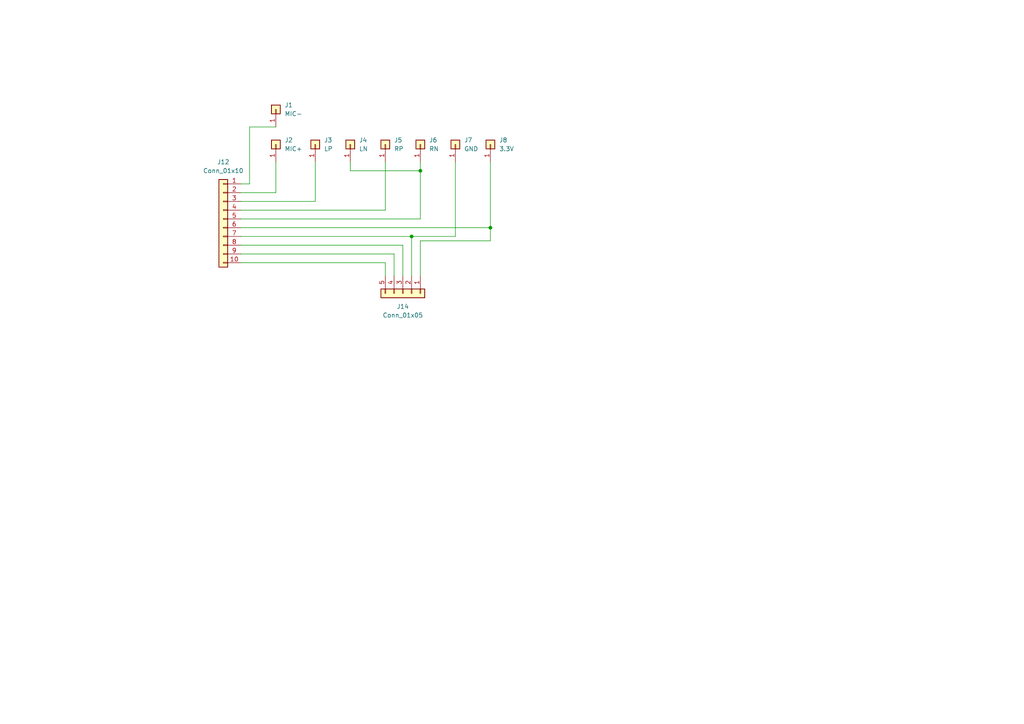
<source format=kicad_sch>
(kicad_sch
	(version 20250114)
	(generator "eeschema")
	(generator_version "9.0")
	(uuid "345bc13d-6add-4118-85b8-ae1fb4b40dd2")
	(paper "A4")
	(lib_symbols
		(symbol "Connector_Generic:Conn_01x01"
			(pin_names
				(offset 1.016)
				(hide yes)
			)
			(exclude_from_sim no)
			(in_bom yes)
			(on_board yes)
			(property "Reference" "J"
				(at 0 2.54 0)
				(effects
					(font
						(size 1.27 1.27)
					)
				)
			)
			(property "Value" "Conn_01x01"
				(at 0 -2.54 0)
				(effects
					(font
						(size 1.27 1.27)
					)
				)
			)
			(property "Footprint" ""
				(at 0 0 0)
				(effects
					(font
						(size 1.27 1.27)
					)
					(hide yes)
				)
			)
			(property "Datasheet" "~"
				(at 0 0 0)
				(effects
					(font
						(size 1.27 1.27)
					)
					(hide yes)
				)
			)
			(property "Description" "Generic connector, single row, 01x01, script generated (kicad-library-utils/schlib/autogen/connector/)"
				(at 0 0 0)
				(effects
					(font
						(size 1.27 1.27)
					)
					(hide yes)
				)
			)
			(property "ki_keywords" "connector"
				(at 0 0 0)
				(effects
					(font
						(size 1.27 1.27)
					)
					(hide yes)
				)
			)
			(property "ki_fp_filters" "Connector*:*_1x??_*"
				(at 0 0 0)
				(effects
					(font
						(size 1.27 1.27)
					)
					(hide yes)
				)
			)
			(symbol "Conn_01x01_1_1"
				(rectangle
					(start -1.27 1.27)
					(end 1.27 -1.27)
					(stroke
						(width 0.254)
						(type default)
					)
					(fill
						(type background)
					)
				)
				(rectangle
					(start -1.27 0.127)
					(end 0 -0.127)
					(stroke
						(width 0.1524)
						(type default)
					)
					(fill
						(type none)
					)
				)
				(pin passive line
					(at -5.08 0 0)
					(length 3.81)
					(name "Pin_1"
						(effects
							(font
								(size 1.27 1.27)
							)
						)
					)
					(number "1"
						(effects
							(font
								(size 1.27 1.27)
							)
						)
					)
				)
			)
			(embedded_fonts no)
		)
		(symbol "Connector_Generic:Conn_01x05"
			(pin_names
				(offset 1.016)
				(hide yes)
			)
			(exclude_from_sim no)
			(in_bom yes)
			(on_board yes)
			(property "Reference" "J"
				(at 0 7.62 0)
				(effects
					(font
						(size 1.27 1.27)
					)
				)
			)
			(property "Value" "Conn_01x05"
				(at 0 -7.62 0)
				(effects
					(font
						(size 1.27 1.27)
					)
				)
			)
			(property "Footprint" ""
				(at 0 0 0)
				(effects
					(font
						(size 1.27 1.27)
					)
					(hide yes)
				)
			)
			(property "Datasheet" "~"
				(at 0 0 0)
				(effects
					(font
						(size 1.27 1.27)
					)
					(hide yes)
				)
			)
			(property "Description" "Generic connector, single row, 01x05, script generated (kicad-library-utils/schlib/autogen/connector/)"
				(at 0 0 0)
				(effects
					(font
						(size 1.27 1.27)
					)
					(hide yes)
				)
			)
			(property "ki_keywords" "connector"
				(at 0 0 0)
				(effects
					(font
						(size 1.27 1.27)
					)
					(hide yes)
				)
			)
			(property "ki_fp_filters" "Connector*:*_1x??_*"
				(at 0 0 0)
				(effects
					(font
						(size 1.27 1.27)
					)
					(hide yes)
				)
			)
			(symbol "Conn_01x05_1_1"
				(rectangle
					(start -1.27 6.35)
					(end 1.27 -6.35)
					(stroke
						(width 0.254)
						(type default)
					)
					(fill
						(type background)
					)
				)
				(rectangle
					(start -1.27 5.207)
					(end 0 4.953)
					(stroke
						(width 0.1524)
						(type default)
					)
					(fill
						(type none)
					)
				)
				(rectangle
					(start -1.27 2.667)
					(end 0 2.413)
					(stroke
						(width 0.1524)
						(type default)
					)
					(fill
						(type none)
					)
				)
				(rectangle
					(start -1.27 0.127)
					(end 0 -0.127)
					(stroke
						(width 0.1524)
						(type default)
					)
					(fill
						(type none)
					)
				)
				(rectangle
					(start -1.27 -2.413)
					(end 0 -2.667)
					(stroke
						(width 0.1524)
						(type default)
					)
					(fill
						(type none)
					)
				)
				(rectangle
					(start -1.27 -4.953)
					(end 0 -5.207)
					(stroke
						(width 0.1524)
						(type default)
					)
					(fill
						(type none)
					)
				)
				(pin passive line
					(at -5.08 5.08 0)
					(length 3.81)
					(name "Pin_1"
						(effects
							(font
								(size 1.27 1.27)
							)
						)
					)
					(number "1"
						(effects
							(font
								(size 1.27 1.27)
							)
						)
					)
				)
				(pin passive line
					(at -5.08 2.54 0)
					(length 3.81)
					(name "Pin_2"
						(effects
							(font
								(size 1.27 1.27)
							)
						)
					)
					(number "2"
						(effects
							(font
								(size 1.27 1.27)
							)
						)
					)
				)
				(pin passive line
					(at -5.08 0 0)
					(length 3.81)
					(name "Pin_3"
						(effects
							(font
								(size 1.27 1.27)
							)
						)
					)
					(number "3"
						(effects
							(font
								(size 1.27 1.27)
							)
						)
					)
				)
				(pin passive line
					(at -5.08 -2.54 0)
					(length 3.81)
					(name "Pin_4"
						(effects
							(font
								(size 1.27 1.27)
							)
						)
					)
					(number "4"
						(effects
							(font
								(size 1.27 1.27)
							)
						)
					)
				)
				(pin passive line
					(at -5.08 -5.08 0)
					(length 3.81)
					(name "Pin_5"
						(effects
							(font
								(size 1.27 1.27)
							)
						)
					)
					(number "5"
						(effects
							(font
								(size 1.27 1.27)
							)
						)
					)
				)
			)
			(embedded_fonts no)
		)
		(symbol "Connector_Generic:Conn_01x10"
			(pin_names
				(offset 1.016)
				(hide yes)
			)
			(exclude_from_sim no)
			(in_bom yes)
			(on_board yes)
			(property "Reference" "J"
				(at 0 12.7 0)
				(effects
					(font
						(size 1.27 1.27)
					)
				)
			)
			(property "Value" "Conn_01x10"
				(at 0 -15.24 0)
				(effects
					(font
						(size 1.27 1.27)
					)
				)
			)
			(property "Footprint" ""
				(at 0 0 0)
				(effects
					(font
						(size 1.27 1.27)
					)
					(hide yes)
				)
			)
			(property "Datasheet" "~"
				(at 0 0 0)
				(effects
					(font
						(size 1.27 1.27)
					)
					(hide yes)
				)
			)
			(property "Description" "Generic connector, single row, 01x10, script generated (kicad-library-utils/schlib/autogen/connector/)"
				(at 0 0 0)
				(effects
					(font
						(size 1.27 1.27)
					)
					(hide yes)
				)
			)
			(property "ki_keywords" "connector"
				(at 0 0 0)
				(effects
					(font
						(size 1.27 1.27)
					)
					(hide yes)
				)
			)
			(property "ki_fp_filters" "Connector*:*_1x??_*"
				(at 0 0 0)
				(effects
					(font
						(size 1.27 1.27)
					)
					(hide yes)
				)
			)
			(symbol "Conn_01x10_1_1"
				(rectangle
					(start -1.27 11.43)
					(end 1.27 -13.97)
					(stroke
						(width 0.254)
						(type default)
					)
					(fill
						(type background)
					)
				)
				(rectangle
					(start -1.27 10.287)
					(end 0 10.033)
					(stroke
						(width 0.1524)
						(type default)
					)
					(fill
						(type none)
					)
				)
				(rectangle
					(start -1.27 7.747)
					(end 0 7.493)
					(stroke
						(width 0.1524)
						(type default)
					)
					(fill
						(type none)
					)
				)
				(rectangle
					(start -1.27 5.207)
					(end 0 4.953)
					(stroke
						(width 0.1524)
						(type default)
					)
					(fill
						(type none)
					)
				)
				(rectangle
					(start -1.27 2.667)
					(end 0 2.413)
					(stroke
						(width 0.1524)
						(type default)
					)
					(fill
						(type none)
					)
				)
				(rectangle
					(start -1.27 0.127)
					(end 0 -0.127)
					(stroke
						(width 0.1524)
						(type default)
					)
					(fill
						(type none)
					)
				)
				(rectangle
					(start -1.27 -2.413)
					(end 0 -2.667)
					(stroke
						(width 0.1524)
						(type default)
					)
					(fill
						(type none)
					)
				)
				(rectangle
					(start -1.27 -4.953)
					(end 0 -5.207)
					(stroke
						(width 0.1524)
						(type default)
					)
					(fill
						(type none)
					)
				)
				(rectangle
					(start -1.27 -7.493)
					(end 0 -7.747)
					(stroke
						(width 0.1524)
						(type default)
					)
					(fill
						(type none)
					)
				)
				(rectangle
					(start -1.27 -10.033)
					(end 0 -10.287)
					(stroke
						(width 0.1524)
						(type default)
					)
					(fill
						(type none)
					)
				)
				(rectangle
					(start -1.27 -12.573)
					(end 0 -12.827)
					(stroke
						(width 0.1524)
						(type default)
					)
					(fill
						(type none)
					)
				)
				(pin passive line
					(at -5.08 10.16 0)
					(length 3.81)
					(name "Pin_1"
						(effects
							(font
								(size 1.27 1.27)
							)
						)
					)
					(number "1"
						(effects
							(font
								(size 1.27 1.27)
							)
						)
					)
				)
				(pin passive line
					(at -5.08 7.62 0)
					(length 3.81)
					(name "Pin_2"
						(effects
							(font
								(size 1.27 1.27)
							)
						)
					)
					(number "2"
						(effects
							(font
								(size 1.27 1.27)
							)
						)
					)
				)
				(pin passive line
					(at -5.08 5.08 0)
					(length 3.81)
					(name "Pin_3"
						(effects
							(font
								(size 1.27 1.27)
							)
						)
					)
					(number "3"
						(effects
							(font
								(size 1.27 1.27)
							)
						)
					)
				)
				(pin passive line
					(at -5.08 2.54 0)
					(length 3.81)
					(name "Pin_4"
						(effects
							(font
								(size 1.27 1.27)
							)
						)
					)
					(number "4"
						(effects
							(font
								(size 1.27 1.27)
							)
						)
					)
				)
				(pin passive line
					(at -5.08 0 0)
					(length 3.81)
					(name "Pin_5"
						(effects
							(font
								(size 1.27 1.27)
							)
						)
					)
					(number "5"
						(effects
							(font
								(size 1.27 1.27)
							)
						)
					)
				)
				(pin passive line
					(at -5.08 -2.54 0)
					(length 3.81)
					(name "Pin_6"
						(effects
							(font
								(size 1.27 1.27)
							)
						)
					)
					(number "6"
						(effects
							(font
								(size 1.27 1.27)
							)
						)
					)
				)
				(pin passive line
					(at -5.08 -5.08 0)
					(length 3.81)
					(name "Pin_7"
						(effects
							(font
								(size 1.27 1.27)
							)
						)
					)
					(number "7"
						(effects
							(font
								(size 1.27 1.27)
							)
						)
					)
				)
				(pin passive line
					(at -5.08 -7.62 0)
					(length 3.81)
					(name "Pin_8"
						(effects
							(font
								(size 1.27 1.27)
							)
						)
					)
					(number "8"
						(effects
							(font
								(size 1.27 1.27)
							)
						)
					)
				)
				(pin passive line
					(at -5.08 -10.16 0)
					(length 3.81)
					(name "Pin_9"
						(effects
							(font
								(size 1.27 1.27)
							)
						)
					)
					(number "9"
						(effects
							(font
								(size 1.27 1.27)
							)
						)
					)
				)
				(pin passive line
					(at -5.08 -12.7 0)
					(length 3.81)
					(name "Pin_10"
						(effects
							(font
								(size 1.27 1.27)
							)
						)
					)
					(number "10"
						(effects
							(font
								(size 1.27 1.27)
							)
						)
					)
				)
			)
			(embedded_fonts no)
		)
	)
	(junction
		(at 119.38 68.58)
		(diameter 0)
		(color 0 0 0 0)
		(uuid "75ced5e5-88f2-4107-8a9b-07819bea4058")
	)
	(junction
		(at 142.24 66.04)
		(diameter 0)
		(color 0 0 0 0)
		(uuid "820f831c-3fe3-400f-a134-ffe03547254c")
	)
	(junction
		(at 121.92 49.53)
		(diameter 0)
		(color 0 0 0 0)
		(uuid "a91a4715-5f72-4bf7-959b-02d385fd93fc")
	)
	(wire
		(pts
			(xy 142.24 69.85) (xy 142.24 66.04)
		)
		(stroke
			(width 0)
			(type default)
		)
		(uuid "10c7ccb9-5ecd-4f43-8227-5b04904fc8e7")
	)
	(wire
		(pts
			(xy 72.39 36.83) (xy 80.01 36.83)
		)
		(stroke
			(width 0)
			(type default)
		)
		(uuid "23a472c1-f667-4ae2-8bd4-c0200c757a53")
	)
	(wire
		(pts
			(xy 142.24 66.04) (xy 142.24 46.99)
		)
		(stroke
			(width 0)
			(type default)
		)
		(uuid "24fd09a0-cfa8-4bf1-bf3e-94c49b7c0475")
	)
	(wire
		(pts
			(xy 69.85 73.66) (xy 114.3 73.66)
		)
		(stroke
			(width 0)
			(type default)
		)
		(uuid "280e95f7-94d2-424e-8d32-896f51e73871")
	)
	(wire
		(pts
			(xy 114.3 73.66) (xy 114.3 80.01)
		)
		(stroke
			(width 0)
			(type default)
		)
		(uuid "2a2aa6b5-2aca-44cf-88c3-b6b7ba4b1363")
	)
	(wire
		(pts
			(xy 69.85 71.12) (xy 116.84 71.12)
		)
		(stroke
			(width 0)
			(type default)
		)
		(uuid "358715ab-108b-419a-b761-dd54c58de63a")
	)
	(wire
		(pts
			(xy 111.76 60.96) (xy 111.76 46.99)
		)
		(stroke
			(width 0)
			(type default)
		)
		(uuid "35f2b0bf-d02b-4270-aac9-d06762e71fdd")
	)
	(wire
		(pts
			(xy 121.92 49.53) (xy 121.92 46.99)
		)
		(stroke
			(width 0)
			(type default)
		)
		(uuid "409572d4-105b-43d4-8ada-4110e3b7aaf4")
	)
	(wire
		(pts
			(xy 121.92 69.85) (xy 142.24 69.85)
		)
		(stroke
			(width 0)
			(type default)
		)
		(uuid "43ae0b74-ae0e-4668-9301-4e66466018ed")
	)
	(wire
		(pts
			(xy 101.6 49.53) (xy 121.92 49.53)
		)
		(stroke
			(width 0)
			(type default)
		)
		(uuid "4f798b56-5154-4320-a5ba-e9b8f70ce97b")
	)
	(wire
		(pts
			(xy 69.85 60.96) (xy 111.76 60.96)
		)
		(stroke
			(width 0)
			(type default)
		)
		(uuid "7a9de288-816d-42db-8df9-f8af5cf94606")
	)
	(wire
		(pts
			(xy 111.76 76.2) (xy 69.85 76.2)
		)
		(stroke
			(width 0)
			(type default)
		)
		(uuid "7eb0a613-47c7-481a-a106-912b79a95c3f")
	)
	(wire
		(pts
			(xy 69.85 55.88) (xy 80.01 55.88)
		)
		(stroke
			(width 0)
			(type default)
		)
		(uuid "835984d2-e2f9-417c-abde-97288ad758ee")
	)
	(wire
		(pts
			(xy 80.01 55.88) (xy 80.01 46.99)
		)
		(stroke
			(width 0)
			(type default)
		)
		(uuid "8a1076e1-93e9-4728-a78a-6420e15d540c")
	)
	(wire
		(pts
			(xy 91.44 58.42) (xy 91.44 46.99)
		)
		(stroke
			(width 0)
			(type default)
		)
		(uuid "8cb8b58f-76ce-4d90-98c2-6a98ed90c287")
	)
	(wire
		(pts
			(xy 121.92 80.01) (xy 121.92 69.85)
		)
		(stroke
			(width 0)
			(type default)
		)
		(uuid "8cc5065d-fb6b-4311-a912-0ba252be4450")
	)
	(wire
		(pts
			(xy 121.92 63.5) (xy 121.92 49.53)
		)
		(stroke
			(width 0)
			(type default)
		)
		(uuid "9dea6e0e-7c90-4a7b-97bc-3b0f2263c4d3")
	)
	(wire
		(pts
			(xy 132.08 68.58) (xy 132.08 46.99)
		)
		(stroke
			(width 0)
			(type default)
		)
		(uuid "9f1b863a-5dc2-4e88-b5a3-86c0a81336cb")
	)
	(wire
		(pts
			(xy 69.85 53.34) (xy 72.39 53.34)
		)
		(stroke
			(width 0)
			(type default)
		)
		(uuid "a5a3c8eb-5fec-4ec6-af41-e07f5f37ae09")
	)
	(wire
		(pts
			(xy 72.39 53.34) (xy 72.39 36.83)
		)
		(stroke
			(width 0)
			(type default)
		)
		(uuid "a62eb66d-bf90-40d2-b369-3df04879dd94")
	)
	(wire
		(pts
			(xy 101.6 46.99) (xy 101.6 49.53)
		)
		(stroke
			(width 0)
			(type default)
		)
		(uuid "b1630a56-d576-4411-b651-70576e30bbd9")
	)
	(wire
		(pts
			(xy 69.85 68.58) (xy 119.38 68.58)
		)
		(stroke
			(width 0)
			(type default)
		)
		(uuid "c4198ccb-8764-4fef-9245-e18374531ea4")
	)
	(wire
		(pts
			(xy 116.84 71.12) (xy 116.84 80.01)
		)
		(stroke
			(width 0)
			(type default)
		)
		(uuid "c7f5ae32-9746-4631-99ae-8d77340c948b")
	)
	(wire
		(pts
			(xy 69.85 66.04) (xy 142.24 66.04)
		)
		(stroke
			(width 0)
			(type default)
		)
		(uuid "d1c7e0bd-f2ef-495e-a21e-f69bd5160ebe")
	)
	(wire
		(pts
			(xy 119.38 68.58) (xy 132.08 68.58)
		)
		(stroke
			(width 0)
			(type default)
		)
		(uuid "e118efa8-fb2d-421a-a351-f01f138c2e6a")
	)
	(wire
		(pts
			(xy 119.38 68.58) (xy 119.38 80.01)
		)
		(stroke
			(width 0)
			(type default)
		)
		(uuid "f11d6efb-b793-48ac-bdcf-889058397897")
	)
	(wire
		(pts
			(xy 111.76 80.01) (xy 111.76 76.2)
		)
		(stroke
			(width 0)
			(type default)
		)
		(uuid "f2f03246-f932-4509-8190-626ba38538af")
	)
	(wire
		(pts
			(xy 69.85 63.5) (xy 121.92 63.5)
		)
		(stroke
			(width 0)
			(type default)
		)
		(uuid "f5031f9f-6539-480f-b357-44b3204c9e03")
	)
	(wire
		(pts
			(xy 69.85 58.42) (xy 91.44 58.42)
		)
		(stroke
			(width 0)
			(type default)
		)
		(uuid "f92d12a5-c680-4b40-8545-483780507598")
	)
	(symbol
		(lib_id "Connector_Generic:Conn_01x05")
		(at 116.84 85.09 270)
		(unit 1)
		(exclude_from_sim no)
		(in_bom yes)
		(on_board yes)
		(dnp no)
		(fields_autoplaced yes)
		(uuid "02365434-1c74-4df9-8603-c09d2f8a33f6")
		(property "Reference" "J14"
			(at 116.84 88.9 90)
			(effects
				(font
					(size 1.27 1.27)
				)
			)
		)
		(property "Value" "Conn_01x05"
			(at 116.84 91.44 90)
			(effects
				(font
					(size 1.27 1.27)
				)
			)
		)
		(property "Footprint" ""
			(at 116.84 85.09 0)
			(effects
				(font
					(size 1.27 1.27)
				)
				(hide yes)
			)
		)
		(property "Datasheet" "~"
			(at 116.84 85.09 0)
			(effects
				(font
					(size 1.27 1.27)
				)
				(hide yes)
			)
		)
		(property "Description" "Generic connector, single row, 01x05, script generated (kicad-library-utils/schlib/autogen/connector/)"
			(at 116.84 85.09 0)
			(effects
				(font
					(size 1.27 1.27)
				)
				(hide yes)
			)
		)
		(pin "4"
			(uuid "38612beb-83c7-4683-9019-b5bcf0277821")
		)
		(pin "3"
			(uuid "896552b3-5ebb-4130-98b5-235658619bf8")
		)
		(pin "5"
			(uuid "96ddefc3-41d7-4656-b0c9-74fe4908817c")
		)
		(pin "2"
			(uuid "bd1c5be2-8317-4c12-84bc-1b47b0a0e6b4")
		)
		(pin "1"
			(uuid "7a47d700-5402-4421-b3b3-04a5541c6410")
		)
		(instances
			(project ""
				(path "/345bc13d-6add-4118-85b8-ae1fb4b40dd2"
					(reference "J14")
					(unit 1)
				)
			)
		)
	)
	(symbol
		(lib_id "Connector_Generic:Conn_01x01")
		(at 80.01 31.75 90)
		(unit 1)
		(exclude_from_sim no)
		(in_bom yes)
		(on_board yes)
		(dnp no)
		(fields_autoplaced yes)
		(uuid "260b8c7c-50f8-4e6c-a55d-28517435915a")
		(property "Reference" "J1"
			(at 82.55 30.4799 90)
			(effects
				(font
					(size 1.27 1.27)
				)
				(justify right)
			)
		)
		(property "Value" "MIC-"
			(at 82.55 33.0199 90)
			(effects
				(font
					(size 1.27 1.27)
				)
				(justify right)
			)
		)
		(property "Footprint" ""
			(at 80.01 31.75 0)
			(effects
				(font
					(size 1.27 1.27)
				)
				(hide yes)
			)
		)
		(property "Datasheet" "~"
			(at 80.01 31.75 0)
			(effects
				(font
					(size 1.27 1.27)
				)
				(hide yes)
			)
		)
		(property "Description" "Generic connector, single row, 01x01, script generated (kicad-library-utils/schlib/autogen/connector/)"
			(at 80.01 31.75 0)
			(effects
				(font
					(size 1.27 1.27)
				)
				(hide yes)
			)
		)
		(pin "1"
			(uuid "73f2a2f3-0849-4d14-b1f1-9c3435533a5d")
		)
		(instances
			(project ""
				(path "/345bc13d-6add-4118-85b8-ae1fb4b40dd2"
					(reference "J1")
					(unit 1)
				)
			)
		)
	)
	(symbol
		(lib_id "Connector_Generic:Conn_01x10")
		(at 64.77 63.5 0)
		(mirror y)
		(unit 1)
		(exclude_from_sim no)
		(in_bom yes)
		(on_board yes)
		(dnp no)
		(fields_autoplaced yes)
		(uuid "29082c30-0fe3-45d4-bfbc-c5c57124a065")
		(property "Reference" "J12"
			(at 64.77 46.99 0)
			(effects
				(font
					(size 1.27 1.27)
				)
			)
		)
		(property "Value" "Conn_01x10"
			(at 64.77 49.53 0)
			(effects
				(font
					(size 1.27 1.27)
				)
			)
		)
		(property "Footprint" ""
			(at 64.77 63.5 0)
			(effects
				(font
					(size 1.27 1.27)
				)
				(hide yes)
			)
		)
		(property "Datasheet" "~"
			(at 64.77 63.5 0)
			(effects
				(font
					(size 1.27 1.27)
				)
				(hide yes)
			)
		)
		(property "Description" "Generic connector, single row, 01x10, script generated (kicad-library-utils/schlib/autogen/connector/)"
			(at 64.77 63.5 0)
			(effects
				(font
					(size 1.27 1.27)
				)
				(hide yes)
			)
		)
		(pin "4"
			(uuid "34f509e2-020c-423d-ab54-8d6c517ea081")
		)
		(pin "5"
			(uuid "4d3f0c17-57ce-4720-ba78-7ca4cfd940e7")
		)
		(pin "1"
			(uuid "a4a08d06-d872-4004-bca1-9e0d3ea63472")
		)
		(pin "2"
			(uuid "a69da45a-54d8-4f63-8483-a934c5f1b93d")
		)
		(pin "6"
			(uuid "9ce8e442-d2af-4c02-8b11-04f745ce09b7")
		)
		(pin "7"
			(uuid "10d32aac-b8a0-4656-b648-884f0cdf959f")
		)
		(pin "9"
			(uuid "aa33d167-b7c2-453e-8f43-2956425881a6")
		)
		(pin "3"
			(uuid "db308f43-baef-4db1-aa49-5b3bc1bbc984")
		)
		(pin "8"
			(uuid "64a0a9c7-584f-460e-a7b6-137cd1886ddf")
		)
		(pin "10"
			(uuid "e3543cd6-4eab-4921-883b-3514cf1184d7")
		)
		(instances
			(project ""
				(path "/345bc13d-6add-4118-85b8-ae1fb4b40dd2"
					(reference "J12")
					(unit 1)
				)
			)
		)
	)
	(symbol
		(lib_id "Connector_Generic:Conn_01x01")
		(at 80.01 41.91 90)
		(unit 1)
		(exclude_from_sim no)
		(in_bom yes)
		(on_board yes)
		(dnp no)
		(uuid "48eae8cb-c7c7-49d6-b4ee-4b5776e513fb")
		(property "Reference" "J2"
			(at 82.55 40.6399 90)
			(effects
				(font
					(size 1.27 1.27)
				)
				(justify right)
			)
		)
		(property "Value" "MIC+"
			(at 82.55 43.1799 90)
			(effects
				(font
					(size 1.27 1.27)
				)
				(justify right)
			)
		)
		(property "Footprint" ""
			(at 80.01 41.91 0)
			(effects
				(font
					(size 1.27 1.27)
				)
				(hide yes)
			)
		)
		(property "Datasheet" "~"
			(at 80.01 41.91 0)
			(effects
				(font
					(size 1.27 1.27)
				)
				(hide yes)
			)
		)
		(property "Description" "Generic connector, single row, 01x01, script generated (kicad-library-utils/schlib/autogen/connector/)"
			(at 80.01 41.91 0)
			(effects
				(font
					(size 1.27 1.27)
				)
				(hide yes)
			)
		)
		(pin "1"
			(uuid "cd9339e0-c7df-4578-954e-6fa15e6bd3c0")
		)
		(instances
			(project "module_BT_module"
				(path "/345bc13d-6add-4118-85b8-ae1fb4b40dd2"
					(reference "J2")
					(unit 1)
				)
			)
		)
	)
	(symbol
		(lib_id "Connector_Generic:Conn_01x01")
		(at 111.76 41.91 90)
		(unit 1)
		(exclude_from_sim no)
		(in_bom yes)
		(on_board yes)
		(dnp no)
		(uuid "8b61f75b-b8c9-46bb-9ac7-b79e70e46fd5")
		(property "Reference" "J5"
			(at 114.3 40.6399 90)
			(effects
				(font
					(size 1.27 1.27)
				)
				(justify right)
			)
		)
		(property "Value" "RP"
			(at 114.3 43.1799 90)
			(effects
				(font
					(size 1.27 1.27)
				)
				(justify right)
			)
		)
		(property "Footprint" ""
			(at 111.76 41.91 0)
			(effects
				(font
					(size 1.27 1.27)
				)
				(hide yes)
			)
		)
		(property "Datasheet" "~"
			(at 111.76 41.91 0)
			(effects
				(font
					(size 1.27 1.27)
				)
				(hide yes)
			)
		)
		(property "Description" "Generic connector, single row, 01x01, script generated (kicad-library-utils/schlib/autogen/connector/)"
			(at 111.76 41.91 0)
			(effects
				(font
					(size 1.27 1.27)
				)
				(hide yes)
			)
		)
		(pin "1"
			(uuid "8dea4891-3fd7-485e-8506-485ef6f1fdde")
		)
		(instances
			(project "module_BT_module"
				(path "/345bc13d-6add-4118-85b8-ae1fb4b40dd2"
					(reference "J5")
					(unit 1)
				)
			)
		)
	)
	(symbol
		(lib_id "Connector_Generic:Conn_01x01")
		(at 142.24 41.91 90)
		(unit 1)
		(exclude_from_sim no)
		(in_bom yes)
		(on_board yes)
		(dnp no)
		(uuid "9f9920ad-42e5-40b9-bfb2-f7a202b07d9e")
		(property "Reference" "J8"
			(at 144.78 40.6399 90)
			(effects
				(font
					(size 1.27 1.27)
				)
				(justify right)
			)
		)
		(property "Value" "3.3V"
			(at 144.78 43.1799 90)
			(effects
				(font
					(size 1.27 1.27)
				)
				(justify right)
			)
		)
		(property "Footprint" ""
			(at 142.24 41.91 0)
			(effects
				(font
					(size 1.27 1.27)
				)
				(hide yes)
			)
		)
		(property "Datasheet" "~"
			(at 142.24 41.91 0)
			(effects
				(font
					(size 1.27 1.27)
				)
				(hide yes)
			)
		)
		(property "Description" "Generic connector, single row, 01x01, script generated (kicad-library-utils/schlib/autogen/connector/)"
			(at 142.24 41.91 0)
			(effects
				(font
					(size 1.27 1.27)
				)
				(hide yes)
			)
		)
		(pin "1"
			(uuid "32cbf0ab-b51b-44c6-89df-0f7cff5f0401")
		)
		(instances
			(project "module_BT_module"
				(path "/345bc13d-6add-4118-85b8-ae1fb4b40dd2"
					(reference "J8")
					(unit 1)
				)
			)
		)
	)
	(symbol
		(lib_id "Connector_Generic:Conn_01x01")
		(at 91.44 41.91 90)
		(unit 1)
		(exclude_from_sim no)
		(in_bom yes)
		(on_board yes)
		(dnp no)
		(uuid "bfdab9e2-03bd-4ab2-bbee-5129db167b87")
		(property "Reference" "J3"
			(at 93.98 40.6399 90)
			(effects
				(font
					(size 1.27 1.27)
				)
				(justify right)
			)
		)
		(property "Value" "LP"
			(at 93.98 43.1799 90)
			(effects
				(font
					(size 1.27 1.27)
				)
				(justify right)
			)
		)
		(property "Footprint" ""
			(at 91.44 41.91 0)
			(effects
				(font
					(size 1.27 1.27)
				)
				(hide yes)
			)
		)
		(property "Datasheet" "~"
			(at 91.44 41.91 0)
			(effects
				(font
					(size 1.27 1.27)
				)
				(hide yes)
			)
		)
		(property "Description" "Generic connector, single row, 01x01, script generated (kicad-library-utils/schlib/autogen/connector/)"
			(at 91.44 41.91 0)
			(effects
				(font
					(size 1.27 1.27)
				)
				(hide yes)
			)
		)
		(pin "1"
			(uuid "f5f0c836-92d4-4fc7-8b50-0555cae580d6")
		)
		(instances
			(project "module_BT_module"
				(path "/345bc13d-6add-4118-85b8-ae1fb4b40dd2"
					(reference "J3")
					(unit 1)
				)
			)
		)
	)
	(symbol
		(lib_id "Connector_Generic:Conn_01x01")
		(at 132.08 41.91 90)
		(unit 1)
		(exclude_from_sim no)
		(in_bom yes)
		(on_board yes)
		(dnp no)
		(uuid "c110d769-4cd8-4e47-b8f9-36c797f314fa")
		(property "Reference" "J7"
			(at 134.62 40.6399 90)
			(effects
				(font
					(size 1.27 1.27)
				)
				(justify right)
			)
		)
		(property "Value" "GND"
			(at 134.62 43.1799 90)
			(effects
				(font
					(size 1.27 1.27)
				)
				(justify right)
			)
		)
		(property "Footprint" ""
			(at 132.08 41.91 0)
			(effects
				(font
					(size 1.27 1.27)
				)
				(hide yes)
			)
		)
		(property "Datasheet" "~"
			(at 132.08 41.91 0)
			(effects
				(font
					(size 1.27 1.27)
				)
				(hide yes)
			)
		)
		(property "Description" "Generic connector, single row, 01x01, script generated (kicad-library-utils/schlib/autogen/connector/)"
			(at 132.08 41.91 0)
			(effects
				(font
					(size 1.27 1.27)
				)
				(hide yes)
			)
		)
		(pin "1"
			(uuid "4abfb97d-8b1e-446e-9d29-5c48f80b8757")
		)
		(instances
			(project "module_BT_module"
				(path "/345bc13d-6add-4118-85b8-ae1fb4b40dd2"
					(reference "J7")
					(unit 1)
				)
			)
		)
	)
	(symbol
		(lib_id "Connector_Generic:Conn_01x01")
		(at 101.6 41.91 90)
		(unit 1)
		(exclude_from_sim no)
		(in_bom yes)
		(on_board yes)
		(dnp no)
		(uuid "d405d347-2754-4c2f-99d6-c2f5a751c51b")
		(property "Reference" "J4"
			(at 104.14 40.6399 90)
			(effects
				(font
					(size 1.27 1.27)
				)
				(justify right)
			)
		)
		(property "Value" "LN"
			(at 104.14 43.1799 90)
			(effects
				(font
					(size 1.27 1.27)
				)
				(justify right)
			)
		)
		(property "Footprint" ""
			(at 101.6 41.91 0)
			(effects
				(font
					(size 1.27 1.27)
				)
				(hide yes)
			)
		)
		(property "Datasheet" "~"
			(at 101.6 41.91 0)
			(effects
				(font
					(size 1.27 1.27)
				)
				(hide yes)
			)
		)
		(property "Description" "Generic connector, single row, 01x01, script generated (kicad-library-utils/schlib/autogen/connector/)"
			(at 101.6 41.91 0)
			(effects
				(font
					(size 1.27 1.27)
				)
				(hide yes)
			)
		)
		(pin "1"
			(uuid "898b9460-10d3-439a-890b-04af4a16d70b")
		)
		(instances
			(project "module_BT_module"
				(path "/345bc13d-6add-4118-85b8-ae1fb4b40dd2"
					(reference "J4")
					(unit 1)
				)
			)
		)
	)
	(symbol
		(lib_id "Connector_Generic:Conn_01x01")
		(at 121.92 41.91 90)
		(unit 1)
		(exclude_from_sim no)
		(in_bom yes)
		(on_board yes)
		(dnp no)
		(uuid "f2c0513d-1d0a-4134-a0ca-9d0b3390ffd5")
		(property "Reference" "J6"
			(at 124.46 40.6399 90)
			(effects
				(font
					(size 1.27 1.27)
				)
				(justify right)
			)
		)
		(property "Value" "RN"
			(at 124.46 43.1799 90)
			(effects
				(font
					(size 1.27 1.27)
				)
				(justify right)
			)
		)
		(property "Footprint" ""
			(at 121.92 41.91 0)
			(effects
				(font
					(size 1.27 1.27)
				)
				(hide yes)
			)
		)
		(property "Datasheet" "~"
			(at 121.92 41.91 0)
			(effects
				(font
					(size 1.27 1.27)
				)
				(hide yes)
			)
		)
		(property "Description" "Generic connector, single row, 01x01, script generated (kicad-library-utils/schlib/autogen/connector/)"
			(at 121.92 41.91 0)
			(effects
				(font
					(size 1.27 1.27)
				)
				(hide yes)
			)
		)
		(pin "1"
			(uuid "f5445310-7724-48bb-bd12-0c08795d098b")
		)
		(instances
			(project "module_BT_module"
				(path "/345bc13d-6add-4118-85b8-ae1fb4b40dd2"
					(reference "J6")
					(unit 1)
				)
			)
		)
	)
	(sheet_instances
		(path "/"
			(page "1")
		)
	)
	(embedded_fonts no)
)

</source>
